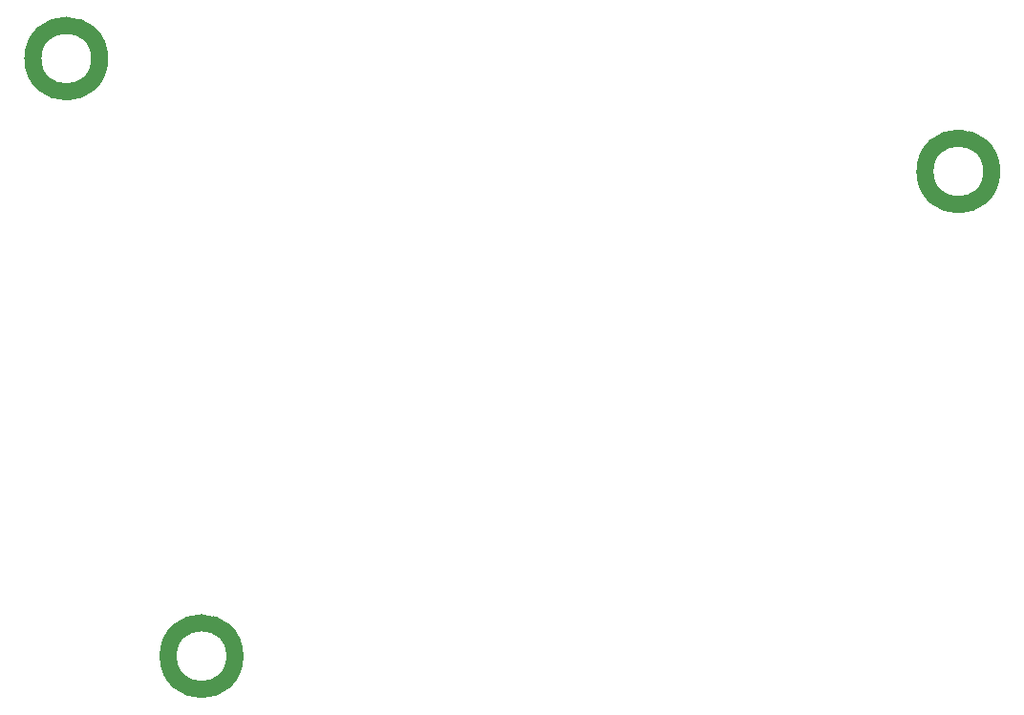
<source format=gbp>
G04 #@! TF.GenerationSoftware,KiCad,Pcbnew,6.0.6-3a73a75311~116~ubuntu20.04.1*
G04 #@! TF.CreationDate,2022-07-28T13:36:28+02:00*
G04 #@! TF.ProjectId,Buddy_shield_extractor,42756464-795f-4736-9869-656c645f6578,rev?*
G04 #@! TF.SameCoordinates,Original*
G04 #@! TF.FileFunction,Paste,Bot*
G04 #@! TF.FilePolarity,Positive*
%FSLAX46Y46*%
G04 Gerber Fmt 4.6, Leading zero omitted, Abs format (unit mm)*
G04 Created by KiCad (PCBNEW 6.0.6-3a73a75311~116~ubuntu20.04.1) date 2022-07-28 13:36:28*
%MOMM*%
%LPD*%
G01*
G04 APERTURE LIST*
%ADD10C,1.500000*%
G04 APERTURE END LIST*
D10*
G04 #@! TO.C,J8*
X103670000Y-71280000D02*
G75*
G03*
X103670000Y-71280000I-2960000J0D01*
G01*
G04 #@! TO.C,J10*
X115660000Y-124280000D02*
G75*
G03*
X115660000Y-124280000I-2960000J0D01*
G01*
G04 #@! TO.C,J15*
X182740000Y-81290000D02*
G75*
G03*
X182740000Y-81290000I-2960000J0D01*
G01*
G04 #@! TD*
M02*

</source>
